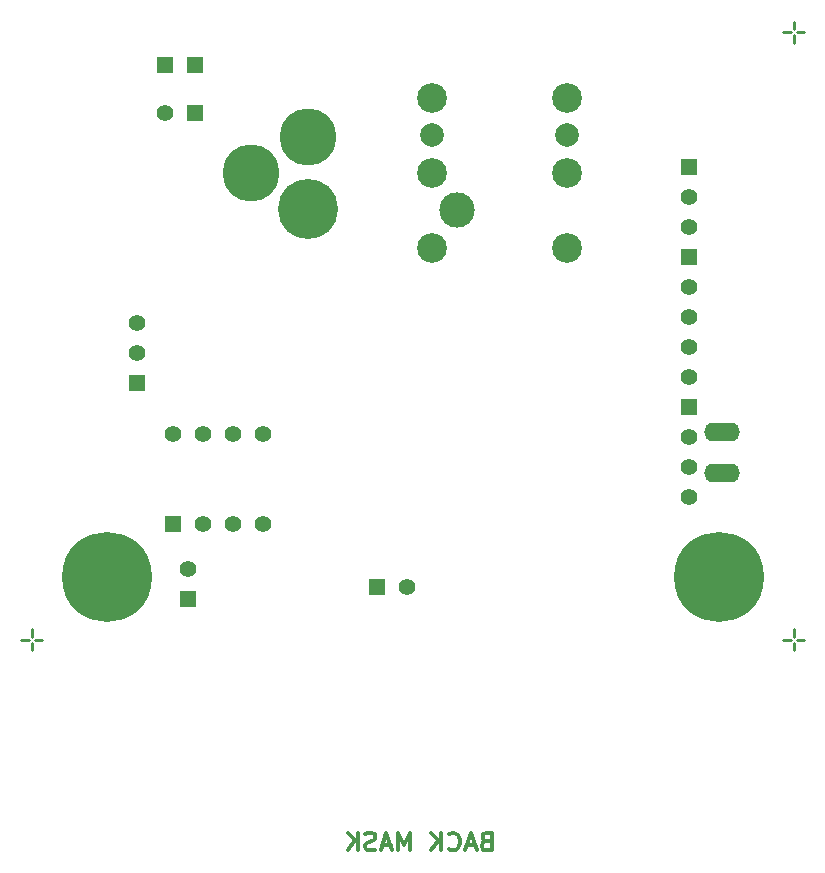
<source format=gbs>
G04 #@! TF.FileFunction,Soldermask,Bot*
%FSLAX46Y46*%
G04 Gerber Fmt 4.6, Leading zero omitted, Abs format (unit mm)*
G04 Created by KiCad (PCBNEW 4.0.5) date 05/03/17 10:24:09*
%MOMM*%
%LPD*%
G01*
G04 APERTURE LIST*
%ADD10C,0.150000*%
%ADD11C,0.254000*%
%ADD12C,0.300000*%
%ADD13R,1.397000X1.397000*%
%ADD14C,1.397000*%
%ADD15O,3.048000X1.574800*%
%ADD16O,3.048000X1.600200*%
%ADD17C,4.826000*%
%ADD18C,5.080000*%
%ADD19C,2.514600*%
%ADD20C,2.006600*%
%ADD21C,2.997200*%
%ADD22C,7.620000*%
G04 APERTURE END LIST*
D10*
D11*
X127000000Y-31496000D02*
X127000000Y-30861000D01*
X126746000Y-31750000D02*
X126111000Y-31750000D01*
X127000000Y-32004000D02*
X127000000Y-32639000D01*
X127254000Y-31750000D02*
X127889000Y-31750000D01*
X127000000Y-83439000D02*
X127000000Y-84074000D01*
X126746000Y-83185000D02*
X126111000Y-83185000D01*
X127000000Y-82931000D02*
X127000000Y-82296000D01*
X127254000Y-83185000D02*
X127889000Y-83185000D01*
X62484000Y-82931000D02*
X62484000Y-82296000D01*
X62230000Y-83185000D02*
X61595000Y-83185000D01*
X62484000Y-83439000D02*
X62484000Y-84074000D01*
X62738000Y-83185000D02*
X63373000Y-83185000D01*
D12*
X100948428Y-100222857D02*
X100734142Y-100294286D01*
X100662714Y-100365714D01*
X100591285Y-100508571D01*
X100591285Y-100722857D01*
X100662714Y-100865714D01*
X100734142Y-100937143D01*
X100877000Y-101008571D01*
X101448428Y-101008571D01*
X101448428Y-99508571D01*
X100948428Y-99508571D01*
X100805571Y-99580000D01*
X100734142Y-99651429D01*
X100662714Y-99794286D01*
X100662714Y-99937143D01*
X100734142Y-100080000D01*
X100805571Y-100151429D01*
X100948428Y-100222857D01*
X101448428Y-100222857D01*
X100019857Y-100580000D02*
X99305571Y-100580000D01*
X100162714Y-101008571D02*
X99662714Y-99508571D01*
X99162714Y-101008571D01*
X97805571Y-100865714D02*
X97877000Y-100937143D01*
X98091286Y-101008571D01*
X98234143Y-101008571D01*
X98448428Y-100937143D01*
X98591286Y-100794286D01*
X98662714Y-100651429D01*
X98734143Y-100365714D01*
X98734143Y-100151429D01*
X98662714Y-99865714D01*
X98591286Y-99722857D01*
X98448428Y-99580000D01*
X98234143Y-99508571D01*
X98091286Y-99508571D01*
X97877000Y-99580000D01*
X97805571Y-99651429D01*
X97162714Y-101008571D02*
X97162714Y-99508571D01*
X96305571Y-101008571D02*
X96948428Y-100151429D01*
X96305571Y-99508571D02*
X97162714Y-100365714D01*
X94519857Y-101008571D02*
X94519857Y-99508571D01*
X94019857Y-100580000D01*
X93519857Y-99508571D01*
X93519857Y-101008571D01*
X92877000Y-100580000D02*
X92162714Y-100580000D01*
X93019857Y-101008571D02*
X92519857Y-99508571D01*
X92019857Y-101008571D01*
X91591286Y-100937143D02*
X91377000Y-101008571D01*
X91019857Y-101008571D01*
X90877000Y-100937143D01*
X90805571Y-100865714D01*
X90734143Y-100722857D01*
X90734143Y-100580000D01*
X90805571Y-100437143D01*
X90877000Y-100365714D01*
X91019857Y-100294286D01*
X91305571Y-100222857D01*
X91448429Y-100151429D01*
X91519857Y-100080000D01*
X91591286Y-99937143D01*
X91591286Y-99794286D01*
X91519857Y-99651429D01*
X91448429Y-99580000D01*
X91305571Y-99508571D01*
X90948429Y-99508571D01*
X90734143Y-99580000D01*
X90091286Y-101008571D02*
X90091286Y-99508571D01*
X89234143Y-101008571D02*
X89877000Y-100151429D01*
X89234143Y-99508571D02*
X90091286Y-100365714D01*
D13*
X75692000Y-79756000D03*
D14*
X75692000Y-77216000D03*
D15*
X120904000Y-69060000D03*
D16*
X120904000Y-65560000D03*
D17*
X81026000Y-43688000D03*
X85852000Y-40640000D03*
D18*
X85852000Y-46736000D03*
D19*
X96393000Y-49961800D03*
X96393000Y-43611800D03*
X96393000Y-37261800D03*
X107823000Y-49961800D03*
X107823000Y-43611800D03*
X107823000Y-37261800D03*
D20*
X96393000Y-40462200D03*
X107823000Y-40462200D03*
D21*
X98526600Y-46812200D03*
D22*
X68834000Y-77851000D03*
X120650000Y-77851000D03*
D13*
X74422000Y-73406000D03*
D14*
X76962000Y-73406000D03*
X79502000Y-73406000D03*
X82042000Y-73406000D03*
X82042000Y-65786000D03*
X79502000Y-65786000D03*
X76962000Y-65786000D03*
X74422000Y-65786000D03*
D13*
X71374000Y-61468000D03*
D14*
X71374000Y-58928000D03*
X71374000Y-56388000D03*
D13*
X118110000Y-63500000D03*
D14*
X118110000Y-66040000D03*
X118110000Y-68580000D03*
X118110000Y-71120000D03*
D13*
X118110000Y-43180000D03*
D14*
X118110000Y-45720000D03*
X118110000Y-48260000D03*
D13*
X91694000Y-78740000D03*
D14*
X94234000Y-78740000D03*
D13*
X118110000Y-50800000D03*
D14*
X118110000Y-53340000D03*
X118110000Y-55880000D03*
X118110000Y-58420000D03*
X118110000Y-60960000D03*
D13*
X76327000Y-38544500D03*
D14*
X73787000Y-38544500D03*
D13*
X73787000Y-34480500D03*
X76327000Y-34480500D03*
M02*

</source>
